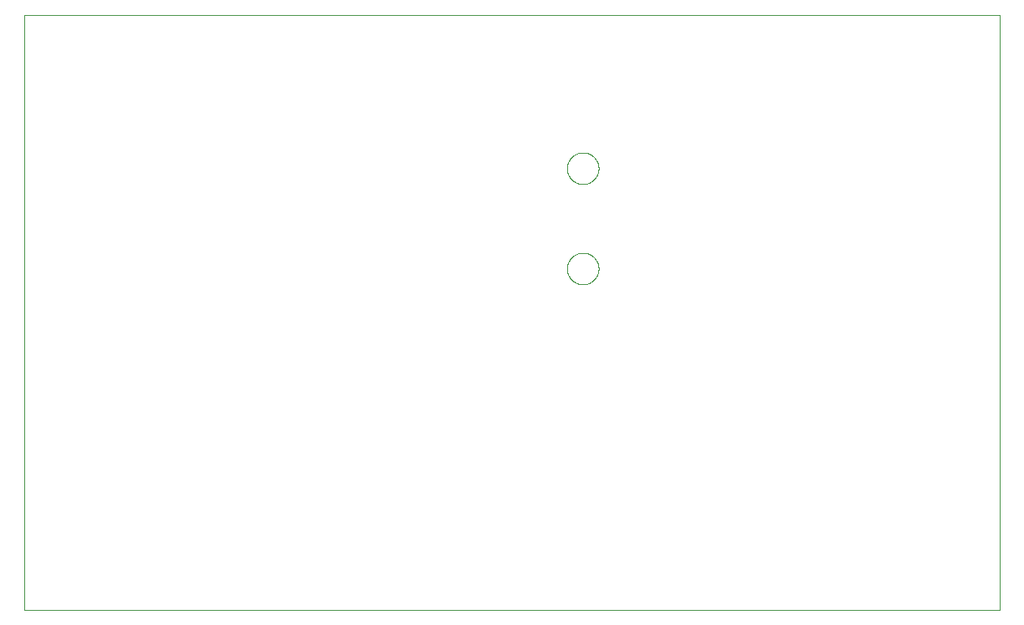
<source format=gko>
G75*
%MOIN*%
%OFA0B0*%
%FSLAX25Y25*%
%IPPOS*%
%LPD*%
%AMOC8*
5,1,8,0,0,1.08239X$1,22.5*
%
%ADD10C,0.00000*%
D10*
X0001750Y0001500D02*
X0390500Y0001500D01*
X0390500Y0239000D01*
X0001750Y0239000D01*
X0001750Y0001500D01*
X0217951Y0137750D02*
X0217953Y0137908D01*
X0217959Y0138066D01*
X0217969Y0138224D01*
X0217983Y0138382D01*
X0218001Y0138539D01*
X0218022Y0138696D01*
X0218048Y0138852D01*
X0218078Y0139008D01*
X0218111Y0139163D01*
X0218149Y0139316D01*
X0218190Y0139469D01*
X0218235Y0139621D01*
X0218284Y0139772D01*
X0218337Y0139921D01*
X0218393Y0140069D01*
X0218453Y0140215D01*
X0218517Y0140360D01*
X0218585Y0140503D01*
X0218656Y0140645D01*
X0218730Y0140785D01*
X0218808Y0140922D01*
X0218890Y0141058D01*
X0218974Y0141192D01*
X0219063Y0141323D01*
X0219154Y0141452D01*
X0219249Y0141579D01*
X0219346Y0141704D01*
X0219447Y0141826D01*
X0219551Y0141945D01*
X0219658Y0142062D01*
X0219768Y0142176D01*
X0219881Y0142287D01*
X0219996Y0142396D01*
X0220114Y0142501D01*
X0220235Y0142603D01*
X0220358Y0142703D01*
X0220484Y0142799D01*
X0220612Y0142892D01*
X0220742Y0142982D01*
X0220875Y0143068D01*
X0221010Y0143152D01*
X0221146Y0143231D01*
X0221285Y0143308D01*
X0221426Y0143380D01*
X0221568Y0143450D01*
X0221712Y0143515D01*
X0221858Y0143577D01*
X0222005Y0143635D01*
X0222154Y0143690D01*
X0222304Y0143741D01*
X0222455Y0143788D01*
X0222607Y0143831D01*
X0222760Y0143870D01*
X0222915Y0143906D01*
X0223070Y0143937D01*
X0223226Y0143965D01*
X0223382Y0143989D01*
X0223539Y0144009D01*
X0223697Y0144025D01*
X0223854Y0144037D01*
X0224013Y0144045D01*
X0224171Y0144049D01*
X0224329Y0144049D01*
X0224487Y0144045D01*
X0224646Y0144037D01*
X0224803Y0144025D01*
X0224961Y0144009D01*
X0225118Y0143989D01*
X0225274Y0143965D01*
X0225430Y0143937D01*
X0225585Y0143906D01*
X0225740Y0143870D01*
X0225893Y0143831D01*
X0226045Y0143788D01*
X0226196Y0143741D01*
X0226346Y0143690D01*
X0226495Y0143635D01*
X0226642Y0143577D01*
X0226788Y0143515D01*
X0226932Y0143450D01*
X0227074Y0143380D01*
X0227215Y0143308D01*
X0227354Y0143231D01*
X0227490Y0143152D01*
X0227625Y0143068D01*
X0227758Y0142982D01*
X0227888Y0142892D01*
X0228016Y0142799D01*
X0228142Y0142703D01*
X0228265Y0142603D01*
X0228386Y0142501D01*
X0228504Y0142396D01*
X0228619Y0142287D01*
X0228732Y0142176D01*
X0228842Y0142062D01*
X0228949Y0141945D01*
X0229053Y0141826D01*
X0229154Y0141704D01*
X0229251Y0141579D01*
X0229346Y0141452D01*
X0229437Y0141323D01*
X0229526Y0141192D01*
X0229610Y0141058D01*
X0229692Y0140922D01*
X0229770Y0140785D01*
X0229844Y0140645D01*
X0229915Y0140503D01*
X0229983Y0140360D01*
X0230047Y0140215D01*
X0230107Y0140069D01*
X0230163Y0139921D01*
X0230216Y0139772D01*
X0230265Y0139621D01*
X0230310Y0139469D01*
X0230351Y0139316D01*
X0230389Y0139163D01*
X0230422Y0139008D01*
X0230452Y0138852D01*
X0230478Y0138696D01*
X0230499Y0138539D01*
X0230517Y0138382D01*
X0230531Y0138224D01*
X0230541Y0138066D01*
X0230547Y0137908D01*
X0230549Y0137750D01*
X0230547Y0137592D01*
X0230541Y0137434D01*
X0230531Y0137276D01*
X0230517Y0137118D01*
X0230499Y0136961D01*
X0230478Y0136804D01*
X0230452Y0136648D01*
X0230422Y0136492D01*
X0230389Y0136337D01*
X0230351Y0136184D01*
X0230310Y0136031D01*
X0230265Y0135879D01*
X0230216Y0135728D01*
X0230163Y0135579D01*
X0230107Y0135431D01*
X0230047Y0135285D01*
X0229983Y0135140D01*
X0229915Y0134997D01*
X0229844Y0134855D01*
X0229770Y0134715D01*
X0229692Y0134578D01*
X0229610Y0134442D01*
X0229526Y0134308D01*
X0229437Y0134177D01*
X0229346Y0134048D01*
X0229251Y0133921D01*
X0229154Y0133796D01*
X0229053Y0133674D01*
X0228949Y0133555D01*
X0228842Y0133438D01*
X0228732Y0133324D01*
X0228619Y0133213D01*
X0228504Y0133104D01*
X0228386Y0132999D01*
X0228265Y0132897D01*
X0228142Y0132797D01*
X0228016Y0132701D01*
X0227888Y0132608D01*
X0227758Y0132518D01*
X0227625Y0132432D01*
X0227490Y0132348D01*
X0227354Y0132269D01*
X0227215Y0132192D01*
X0227074Y0132120D01*
X0226932Y0132050D01*
X0226788Y0131985D01*
X0226642Y0131923D01*
X0226495Y0131865D01*
X0226346Y0131810D01*
X0226196Y0131759D01*
X0226045Y0131712D01*
X0225893Y0131669D01*
X0225740Y0131630D01*
X0225585Y0131594D01*
X0225430Y0131563D01*
X0225274Y0131535D01*
X0225118Y0131511D01*
X0224961Y0131491D01*
X0224803Y0131475D01*
X0224646Y0131463D01*
X0224487Y0131455D01*
X0224329Y0131451D01*
X0224171Y0131451D01*
X0224013Y0131455D01*
X0223854Y0131463D01*
X0223697Y0131475D01*
X0223539Y0131491D01*
X0223382Y0131511D01*
X0223226Y0131535D01*
X0223070Y0131563D01*
X0222915Y0131594D01*
X0222760Y0131630D01*
X0222607Y0131669D01*
X0222455Y0131712D01*
X0222304Y0131759D01*
X0222154Y0131810D01*
X0222005Y0131865D01*
X0221858Y0131923D01*
X0221712Y0131985D01*
X0221568Y0132050D01*
X0221426Y0132120D01*
X0221285Y0132192D01*
X0221146Y0132269D01*
X0221010Y0132348D01*
X0220875Y0132432D01*
X0220742Y0132518D01*
X0220612Y0132608D01*
X0220484Y0132701D01*
X0220358Y0132797D01*
X0220235Y0132897D01*
X0220114Y0132999D01*
X0219996Y0133104D01*
X0219881Y0133213D01*
X0219768Y0133324D01*
X0219658Y0133438D01*
X0219551Y0133555D01*
X0219447Y0133674D01*
X0219346Y0133796D01*
X0219249Y0133921D01*
X0219154Y0134048D01*
X0219063Y0134177D01*
X0218974Y0134308D01*
X0218890Y0134442D01*
X0218808Y0134578D01*
X0218730Y0134715D01*
X0218656Y0134855D01*
X0218585Y0134997D01*
X0218517Y0135140D01*
X0218453Y0135285D01*
X0218393Y0135431D01*
X0218337Y0135579D01*
X0218284Y0135728D01*
X0218235Y0135879D01*
X0218190Y0136031D01*
X0218149Y0136184D01*
X0218111Y0136337D01*
X0218078Y0136492D01*
X0218048Y0136648D01*
X0218022Y0136804D01*
X0218001Y0136961D01*
X0217983Y0137118D01*
X0217969Y0137276D01*
X0217959Y0137434D01*
X0217953Y0137592D01*
X0217951Y0137750D01*
X0217951Y0177750D02*
X0217953Y0177908D01*
X0217959Y0178066D01*
X0217969Y0178224D01*
X0217983Y0178382D01*
X0218001Y0178539D01*
X0218022Y0178696D01*
X0218048Y0178852D01*
X0218078Y0179008D01*
X0218111Y0179163D01*
X0218149Y0179316D01*
X0218190Y0179469D01*
X0218235Y0179621D01*
X0218284Y0179772D01*
X0218337Y0179921D01*
X0218393Y0180069D01*
X0218453Y0180215D01*
X0218517Y0180360D01*
X0218585Y0180503D01*
X0218656Y0180645D01*
X0218730Y0180785D01*
X0218808Y0180922D01*
X0218890Y0181058D01*
X0218974Y0181192D01*
X0219063Y0181323D01*
X0219154Y0181452D01*
X0219249Y0181579D01*
X0219346Y0181704D01*
X0219447Y0181826D01*
X0219551Y0181945D01*
X0219658Y0182062D01*
X0219768Y0182176D01*
X0219881Y0182287D01*
X0219996Y0182396D01*
X0220114Y0182501D01*
X0220235Y0182603D01*
X0220358Y0182703D01*
X0220484Y0182799D01*
X0220612Y0182892D01*
X0220742Y0182982D01*
X0220875Y0183068D01*
X0221010Y0183152D01*
X0221146Y0183231D01*
X0221285Y0183308D01*
X0221426Y0183380D01*
X0221568Y0183450D01*
X0221712Y0183515D01*
X0221858Y0183577D01*
X0222005Y0183635D01*
X0222154Y0183690D01*
X0222304Y0183741D01*
X0222455Y0183788D01*
X0222607Y0183831D01*
X0222760Y0183870D01*
X0222915Y0183906D01*
X0223070Y0183937D01*
X0223226Y0183965D01*
X0223382Y0183989D01*
X0223539Y0184009D01*
X0223697Y0184025D01*
X0223854Y0184037D01*
X0224013Y0184045D01*
X0224171Y0184049D01*
X0224329Y0184049D01*
X0224487Y0184045D01*
X0224646Y0184037D01*
X0224803Y0184025D01*
X0224961Y0184009D01*
X0225118Y0183989D01*
X0225274Y0183965D01*
X0225430Y0183937D01*
X0225585Y0183906D01*
X0225740Y0183870D01*
X0225893Y0183831D01*
X0226045Y0183788D01*
X0226196Y0183741D01*
X0226346Y0183690D01*
X0226495Y0183635D01*
X0226642Y0183577D01*
X0226788Y0183515D01*
X0226932Y0183450D01*
X0227074Y0183380D01*
X0227215Y0183308D01*
X0227354Y0183231D01*
X0227490Y0183152D01*
X0227625Y0183068D01*
X0227758Y0182982D01*
X0227888Y0182892D01*
X0228016Y0182799D01*
X0228142Y0182703D01*
X0228265Y0182603D01*
X0228386Y0182501D01*
X0228504Y0182396D01*
X0228619Y0182287D01*
X0228732Y0182176D01*
X0228842Y0182062D01*
X0228949Y0181945D01*
X0229053Y0181826D01*
X0229154Y0181704D01*
X0229251Y0181579D01*
X0229346Y0181452D01*
X0229437Y0181323D01*
X0229526Y0181192D01*
X0229610Y0181058D01*
X0229692Y0180922D01*
X0229770Y0180785D01*
X0229844Y0180645D01*
X0229915Y0180503D01*
X0229983Y0180360D01*
X0230047Y0180215D01*
X0230107Y0180069D01*
X0230163Y0179921D01*
X0230216Y0179772D01*
X0230265Y0179621D01*
X0230310Y0179469D01*
X0230351Y0179316D01*
X0230389Y0179163D01*
X0230422Y0179008D01*
X0230452Y0178852D01*
X0230478Y0178696D01*
X0230499Y0178539D01*
X0230517Y0178382D01*
X0230531Y0178224D01*
X0230541Y0178066D01*
X0230547Y0177908D01*
X0230549Y0177750D01*
X0230547Y0177592D01*
X0230541Y0177434D01*
X0230531Y0177276D01*
X0230517Y0177118D01*
X0230499Y0176961D01*
X0230478Y0176804D01*
X0230452Y0176648D01*
X0230422Y0176492D01*
X0230389Y0176337D01*
X0230351Y0176184D01*
X0230310Y0176031D01*
X0230265Y0175879D01*
X0230216Y0175728D01*
X0230163Y0175579D01*
X0230107Y0175431D01*
X0230047Y0175285D01*
X0229983Y0175140D01*
X0229915Y0174997D01*
X0229844Y0174855D01*
X0229770Y0174715D01*
X0229692Y0174578D01*
X0229610Y0174442D01*
X0229526Y0174308D01*
X0229437Y0174177D01*
X0229346Y0174048D01*
X0229251Y0173921D01*
X0229154Y0173796D01*
X0229053Y0173674D01*
X0228949Y0173555D01*
X0228842Y0173438D01*
X0228732Y0173324D01*
X0228619Y0173213D01*
X0228504Y0173104D01*
X0228386Y0172999D01*
X0228265Y0172897D01*
X0228142Y0172797D01*
X0228016Y0172701D01*
X0227888Y0172608D01*
X0227758Y0172518D01*
X0227625Y0172432D01*
X0227490Y0172348D01*
X0227354Y0172269D01*
X0227215Y0172192D01*
X0227074Y0172120D01*
X0226932Y0172050D01*
X0226788Y0171985D01*
X0226642Y0171923D01*
X0226495Y0171865D01*
X0226346Y0171810D01*
X0226196Y0171759D01*
X0226045Y0171712D01*
X0225893Y0171669D01*
X0225740Y0171630D01*
X0225585Y0171594D01*
X0225430Y0171563D01*
X0225274Y0171535D01*
X0225118Y0171511D01*
X0224961Y0171491D01*
X0224803Y0171475D01*
X0224646Y0171463D01*
X0224487Y0171455D01*
X0224329Y0171451D01*
X0224171Y0171451D01*
X0224013Y0171455D01*
X0223854Y0171463D01*
X0223697Y0171475D01*
X0223539Y0171491D01*
X0223382Y0171511D01*
X0223226Y0171535D01*
X0223070Y0171563D01*
X0222915Y0171594D01*
X0222760Y0171630D01*
X0222607Y0171669D01*
X0222455Y0171712D01*
X0222304Y0171759D01*
X0222154Y0171810D01*
X0222005Y0171865D01*
X0221858Y0171923D01*
X0221712Y0171985D01*
X0221568Y0172050D01*
X0221426Y0172120D01*
X0221285Y0172192D01*
X0221146Y0172269D01*
X0221010Y0172348D01*
X0220875Y0172432D01*
X0220742Y0172518D01*
X0220612Y0172608D01*
X0220484Y0172701D01*
X0220358Y0172797D01*
X0220235Y0172897D01*
X0220114Y0172999D01*
X0219996Y0173104D01*
X0219881Y0173213D01*
X0219768Y0173324D01*
X0219658Y0173438D01*
X0219551Y0173555D01*
X0219447Y0173674D01*
X0219346Y0173796D01*
X0219249Y0173921D01*
X0219154Y0174048D01*
X0219063Y0174177D01*
X0218974Y0174308D01*
X0218890Y0174442D01*
X0218808Y0174578D01*
X0218730Y0174715D01*
X0218656Y0174855D01*
X0218585Y0174997D01*
X0218517Y0175140D01*
X0218453Y0175285D01*
X0218393Y0175431D01*
X0218337Y0175579D01*
X0218284Y0175728D01*
X0218235Y0175879D01*
X0218190Y0176031D01*
X0218149Y0176184D01*
X0218111Y0176337D01*
X0218078Y0176492D01*
X0218048Y0176648D01*
X0218022Y0176804D01*
X0218001Y0176961D01*
X0217983Y0177118D01*
X0217969Y0177276D01*
X0217959Y0177434D01*
X0217953Y0177592D01*
X0217951Y0177750D01*
M02*

</source>
